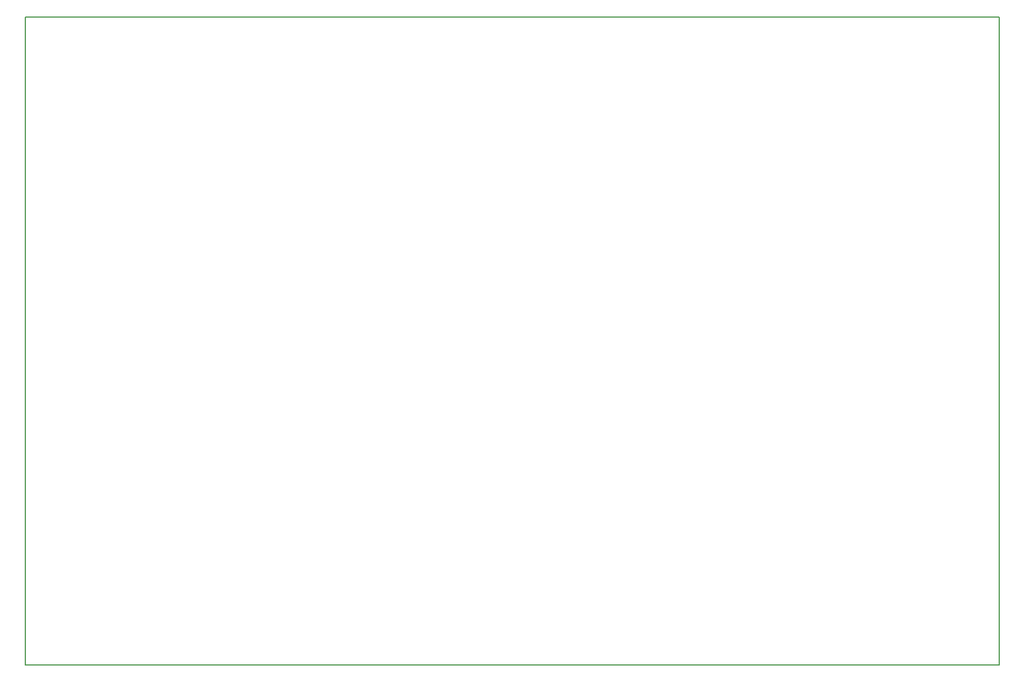
<source format=gm1>
G04 MADE WITH FRITZING*
G04 WWW.FRITZING.ORG*
G04 DOUBLE SIDED*
G04 HOLES PLATED*
G04 CONTOUR ON CENTER OF CONTOUR VECTOR*
%ASAXBY*%
%FSLAX23Y23*%
%MOIN*%
%OFA0B0*%
%SFA1.0B1.0*%
%ADD10R,5.905520X3.937010*%
%ADD11C,0.008000*%
%ADD10C,0.008*%
%LNCONTOUR*%
G90*
G70*
G54D10*
G54D11*
X4Y3933D02*
X5902Y3933D01*
X5902Y4D01*
X4Y4D01*
X4Y3933D01*
D02*
G04 End of contour*
M02*
</source>
